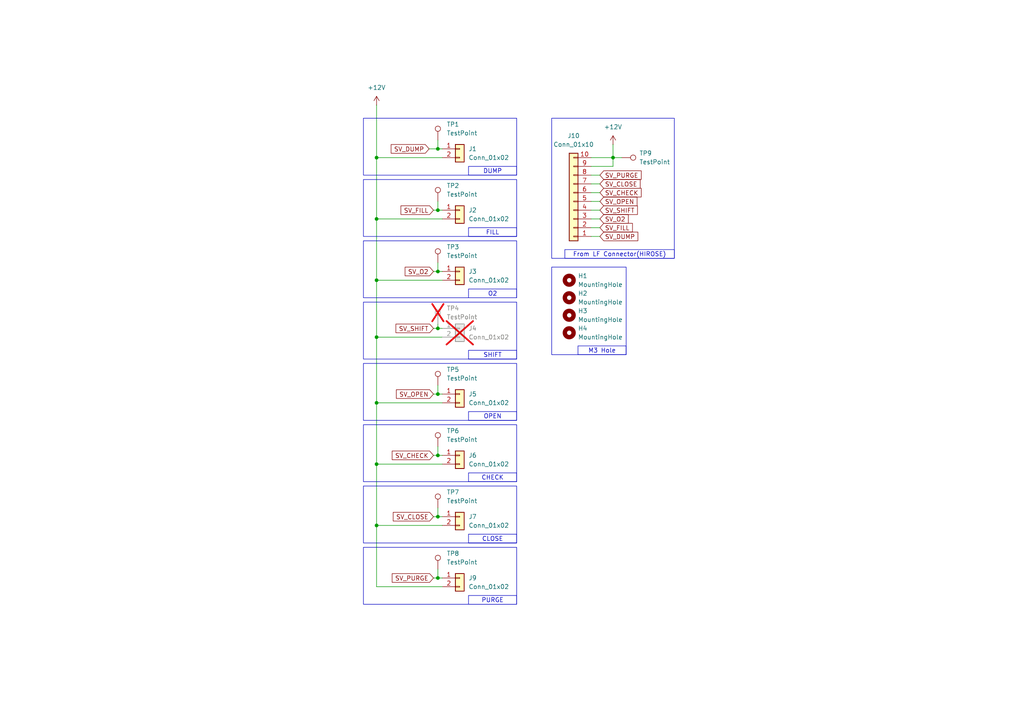
<source format=kicad_sch>
(kicad_sch (version 20231120) (generator "eeschema") (generator_version "8.0")
  (paper "A4")
  (title_block (title "Branch Adapter") (date "2024-10-31") (rev "1") (company "Tokai Student Rocket Project"))
  (lib_symbols
    (symbol "Connector:TestPoint" (pin_numbers hide) (pin_names (offset 0.762) hide)
      (property "Reference" "TP" (at 0 6.858 0))
      (property "Value" "TestPoint" (at 0 5.08 0))
      (symbol "TestPoint_0_1"
        (circle (center 0 3.302) (radius 0.762))
      )
      (symbol "TestPoint_1_1"
        (pin passive line (at 0 0 90) (length 2.54) (name "1") (number "1"))
      )
    )
    (symbol "Connector_Generic:Conn_01x02" (pin_names (offset 1.016) hide)
      (property "Reference" "J" (at 0 2.54 0))
      (property "Value" "Conn_01x02" (at 0 -5.08 0))
      (symbol "Conn_01x02_1_1"
        (rectangle (start -1.27 -2.413) (end 0 -2.667) (stroke (width 0.1524)))
        (rectangle (start -1.27 0.127) (end 0 -0.127) (stroke (width 0.1524)))
        (rectangle (start -1.27 1.27) (end 1.27 -3.81) (stroke (width 0.254)) (fill (type background)))
        (pin passive line (at -5.08 0 0) (length 3.81) (name "Pin_1") (number "1"))
        (pin passive line (at -5.08 -2.54 0) (length 3.81) (name "Pin_2") (number "2"))
      )
    )
    (symbol "Connector_Generic:Conn_01x10" (pin_names (offset 1.016) hide)
      (property "Reference" "J" (at 0 12.7 0))
      (property "Value" "Conn_01x10" (at 0 -15.24 0))
      (symbol "Conn_01x10_1_1"
        (rectangle (start -1.27 -12.573) (end 0 -12.827) (stroke (width 0.1524)))
        (rectangle (start -1.27 -10.033) (end 0 -10.287) (stroke (width 0.1524)))
        (rectangle (start -1.27 -7.493) (end 0 -7.747) (stroke (width 0.1524)))
        (rectangle (start -1.27 -4.953) (end 0 -5.207) (stroke (width 0.1524)))
        (rectangle (start -1.27 -2.413) (end 0 -2.667) (stroke (width 0.1524)))
        (rectangle (start -1.27 0.127) (end 0 -0.127) (stroke (width 0.1524)))
        (rectangle (start -1.27 2.667) (end 0 2.413) (stroke (width 0.1524)))
        (rectangle (start -1.27 5.207) (end 0 4.953) (stroke (width 0.1524)))
        (rectangle (start -1.27 7.747) (end 0 7.493) (stroke (width 0.1524)))
        (rectangle (start -1.27 10.287) (end 0 10.033) (stroke (width 0.1524)))
        (rectangle (start -1.27 11.43) (end 1.27 -13.97) (stroke (width 0.254)) (fill (type background)))
        (pin passive line (at -5.08 10.16 0) (length 3.81) (name "Pin_1") (number "1"))
        (pin passive line (at -5.08 -12.7 0) (length 3.81) (name "Pin_10") (number "10"))
        (pin passive line (at -5.08 7.62 0) (length 3.81) (name "Pin_2") (number "2"))
        (pin passive line (at -5.08 5.08 0) (length 3.81) (name "Pin_3") (number "3"))
        (pin passive line (at -5.08 2.54 0) (length 3.81) (name "Pin_4") (number "4"))
        (pin passive line (at -5.08 0 0) (length 3.81) (name "Pin_5") (number "5"))
        (pin passive line (at -5.08 -2.54 0) (length 3.81) (name "Pin_6") (number "6"))
        (pin passive line (at -5.08 -5.08 0) (length 3.81) (name "Pin_7") (number "7"))
        (pin passive line (at -5.08 -7.62 0) (length 3.81) (name "Pin_8") (number "8"))
        (pin passive line (at -5.08 -10.16 0) (length 3.81) (name "Pin_9") (number "9"))
      )
    )
    (symbol "Mechanical:MountingHole" (pin_names (offset 1.016)) (exclude_from_sim yes) (in_bom no)
      (property "Reference" "H" (at 0 5.08 0))
      (property "Value" "MountingHole" (at 0 3.175 0))
      (symbol "MountingHole_0_1"
        (circle (center 0 0) (radius 1.27) (stroke (width 1.27)))
      )
    )
    (symbol "power:+12V" (power) (pin_numbers hide) (pin_names (offset 0) hide)
      (property "Value" "+12V" (at 0 3.556 0))
      (symbol "+12V_0_1"
        (polyline (pts (xy -0.762 1.27) (xy 0 2.54)))
        (polyline (pts (xy 0 0) (xy 0 2.54)))
        (polyline (pts (xy 0 2.54) (xy 0.762 1.27)))
      )
      (symbol "+12V_1_1"
        (pin power_in line (at 0 0 90) (length 0) (name "~") (number "1"))
      )
    )
  )
  (junction (at 177.8 45.72))
  (junction (at 127 114.3))
  (junction (at 109.22 63.5))
  (junction (at 127 95.25))
  (junction (at 109.22 81.28))
  (junction (at 127 78.74))
  (junction (at 127 132.08))
  (junction (at 109.22 134.62))
  (junction (at 127 60.96))
  (junction (at 127 149.86))
  (junction (at 109.22 116.84))
  (junction (at 109.22 152.4))
  (junction (at 109.22 45.72))
  (junction (at 127 43.18))
  (junction (at 109.22 97.79))
  (junction (at 127 167.64))
  (wire (pts (xy 109.22 81.28) (xy 109.22 97.79)))
  (wire (pts (xy 125.73 60.96) (xy 127 60.96)))
  (wire (pts (xy 171.45 48.26) (xy 177.8 48.26)))
  (wire (pts (xy 173.99 66.04) (xy 171.45 66.04)))
  (wire (pts (xy 127 76.2) (xy 127 78.74)))
  (wire (pts (xy 173.99 53.34) (xy 171.45 53.34)))
  (wire (pts (xy 127 93.98) (xy 127 95.25)))
  (wire (pts (xy 127 43.18) (xy 128.27 43.18)))
  (wire (pts (xy 125.73 95.25) (xy 127 95.25)))
  (wire (pts (xy 127 95.25) (xy 128.27 95.25)))
  (wire (pts (xy 127 40.64) (xy 127 43.18)))
  (wire (pts (xy 109.22 116.84) (xy 109.22 134.62)))
  (wire (pts (xy 127 60.96) (xy 128.27 60.96)))
  (wire (pts (xy 109.22 152.4) (xy 128.27 152.4)))
  (wire (pts (xy 109.22 134.62) (xy 128.27 134.62)))
  (wire (pts (xy 109.22 152.4) (xy 109.22 170.18)))
  (wire (pts (xy 173.99 63.5) (xy 171.45 63.5)))
  (wire (pts (xy 125.73 78.74) (xy 127 78.74)))
  (wire (pts (xy 171.45 58.42) (xy 173.99 58.42)))
  (wire (pts (xy 125.73 114.3) (xy 127 114.3)))
  (wire (pts (xy 124.46 43.18) (xy 127 43.18)))
  (wire (pts (xy 177.8 48.26) (xy 177.8 45.72)))
  (wire (pts (xy 109.22 45.72) (xy 109.22 63.5)))
  (wire (pts (xy 109.22 170.18) (xy 128.27 170.18)))
  (wire (pts (xy 109.22 63.5) (xy 109.22 81.28)))
  (wire (pts (xy 127 129.54) (xy 127 132.08)))
  (wire (pts (xy 173.99 68.58) (xy 171.45 68.58)))
  (wire (pts (xy 109.22 134.62) (xy 109.22 152.4)))
  (wire (pts (xy 127 114.3) (xy 128.27 114.3)))
  (wire (pts (xy 127 132.08) (xy 128.27 132.08)))
  (wire (pts (xy 109.22 30.48) (xy 109.22 45.72)))
  (wire (pts (xy 127 78.74) (xy 128.27 78.74)))
  (wire (pts (xy 109.22 97.79) (xy 109.22 116.84)))
  (wire (pts (xy 177.8 45.72) (xy 180.34 45.72)))
  (wire (pts (xy 173.99 50.8) (xy 171.45 50.8)))
  (wire (pts (xy 109.22 81.28) (xy 128.27 81.28)))
  (wire (pts (xy 127 149.86) (xy 128.27 149.86)))
  (wire (pts (xy 177.8 45.72) (xy 177.8 41.91)))
  (wire (pts (xy 125.73 132.08) (xy 127 132.08)))
  (wire (pts (xy 127 147.32) (xy 127 149.86)))
  (wire (pts (xy 109.22 45.72) (xy 128.27 45.72)))
  (wire (pts (xy 127 165.1) (xy 127 167.64)))
  (wire (pts (xy 125.73 167.64) (xy 127 167.64)))
  (wire (pts (xy 173.99 60.96) (xy 171.45 60.96)))
  (wire (pts (xy 127 58.42) (xy 127 60.96)))
  (wire (pts (xy 127 111.76) (xy 127 114.3)))
  (wire (pts (xy 125.73 149.86) (xy 127 149.86)))
  (wire (pts (xy 109.22 97.79) (xy 128.27 97.79)))
  (wire (pts (xy 173.99 55.88) (xy 171.45 55.88)))
  (wire (pts (xy 127 167.64) (xy 128.27 167.64)))
  (wire (pts (xy 171.45 45.72) (xy 177.8 45.72)))
  (wire (pts (xy 109.22 116.84) (xy 128.27 116.84)))
  (wire (pts (xy 109.22 63.5) (xy 128.27 63.5)))
  (rectangle (start 105.41 69.85) (end 149.86 86.36))
  (rectangle (start 160.02 77.47) (end 181.61 102.87))
  (rectangle (start 105.41 140.97) (end 149.86 157.48))
  (rectangle (start 105.41 87.63) (end 149.86 104.14))
  (rectangle (start 160.02 34.29) (end 195.58 74.93))
  (rectangle (start 105.41 105.41) (end 149.86 121.92))
  (rectangle (start 105.41 123.19) (end 149.86 139.7))
  (rectangle (start 105.41 34.29) (end 149.86 50.8))
  (rectangle (start 105.41 158.75) (end 149.86 175.26))
  (rectangle (start 105.41 52.07) (end 149.86 68.58))
  (text_box "CHECK" (at 135.89 137.16 0) (size 13.97 2.54) (effects (font (size 1.27 1.27))))
  (text_box "SHIFT" (at 135.89 101.6 0) (size 13.97 2.54) (effects (font (size 1.27 1.27))))
  (text_box "CLOSE" (at 135.89 154.94 0) (size 13.97 2.54) (effects (font (size 1.27 1.27))))
  (text_box "M3 Hole" (at 167.64 100.33 0) (size 13.97 2.54) (effects (font (size 1.27 1.27))))
  (text_box "From LF Connector(HIROSE)" (at 163.83 72.39 0) (size 31.75 2.54) (effects (font (size 1.27 1.27))))
  (text_box "FILL" (at 135.89 66.04 0) (size 13.97 2.54) (effects (font (size 1.27 1.27))))
  (text_box "OPEN" (at 135.89 119.38 0) (size 13.97 2.54) (effects (font (size 1.27 1.27))))
  (text_box "PURGE" (at 135.89 172.72 0) (size 13.97 2.54) (effects (font (size 1.27 1.27))))
  (text_box "DUMP" (at 135.89 48.26 0) (size 13.97 2.54) (effects (font (size 1.27 1.27))))
  (text_box "O2" (at 135.89 83.82 0) (size 13.97 2.54) (effects (font (size 1.27 1.27))))
  (global_label "SV_CLOSE" (shape input) (at 125.73 149.86 180) (property "Intersheetrefs" "${INTERSHEET_REFS}" (effects (hide yes))))
  (global_label "SV_CHECK" (shape input) (at 125.73 132.08 180) (property "Intersheetrefs" "${INTERSHEET_REFS}" (effects (hide yes))))
  (global_label "SV_OPEN" (shape input) (at 173.99 58.42 0) (property "Intersheetrefs" "${INTERSHEET_REFS}" (effects (hide yes))))
  (global_label "SV_OPEN" (shape input) (at 125.73 114.3 180) (property "Intersheetrefs" "${INTERSHEET_REFS}" (effects (hide yes))))
  (global_label "SV_CLOSE" (shape input) (at 173.99 53.34 0) (property "Intersheetrefs" "${INTERSHEET_REFS}" (effects (hide yes))))
  (global_label "SV_FILL" (shape input) (at 125.73 60.96 180) (property "Intersheetrefs" "${INTERSHEET_REFS}" (effects (hide yes))))
  (global_label "SV_O2" (shape input) (at 125.73 78.74 180) (property "Intersheetrefs" "${INTERSHEET_REFS}" (effects (hide yes))))
  (global_label "SV_DUMP" (shape input) (at 173.99 68.58 0) (property "Intersheetrefs" "${INTERSHEET_REFS}" (effects (hide yes))))
  (global_label "SV_CHECK" (shape input) (at 173.99 55.88 0) (property "Intersheetrefs" "${INTERSHEET_REFS}" (effects (hide yes))))
  (global_label "SV_O2" (shape input) (at 173.99 63.5 0) (property "Intersheetrefs" "${INTERSHEET_REFS}" (effects (hide yes))))
  (global_label "SV_SHIFT" (shape input) (at 173.99 60.96 0) (property "Intersheetrefs" "${INTERSHEET_REFS}" (effects (hide yes))))
  (global_label "SV_PURGE" (shape input) (at 125.73 167.64 180) (property "Intersheetrefs" "${INTERSHEET_REFS}" (effects (hide yes))))
  (global_label "SV_SHIFT" (shape input) (at 125.73 95.25 180) (property "Intersheetrefs" "${INTERSHEET_REFS}" (effects (hide yes))))
  (global_label "SV_FILL" (shape input) (at 173.99 66.04 0) (property "Intersheetrefs" "${INTERSHEET_REFS}" (effects (hide yes))))
  (global_label "SV_PURGE" (shape input) (at 173.99 50.8 0) (property "Intersheetrefs" "${INTERSHEET_REFS}" (effects (hide yes))))
  (global_label "SV_DUMP" (shape input) (at 124.46 43.18 180) (property "Intersheetrefs" "${INTERSHEET_REFS}" (effects (hide yes))))
  (symbol (lib_id "Connector_Generic:Conn_01x02") (at 133.35 78.74 0) (unit 1)
    (property "Reference" "J3" (at 135.89 78.7399 0) (effects (justify left)))
    (property "Value" "Conn_01x02" (at 135.89 81.2799 0) (effects (justify left)))
    (property "Footprint" "TSRP_Connector_Hirose:DF51A-2P-2DSA(01)" (effects (hide yes)))
    (property "Description" "Generic connector, single row, 01x02, script generated (kicad-library-utils/schlib/autogen/connector/)" (effects (hide yes)))
  )
  (symbol (lib_id "Connector:TestPoint") (at 127 40.64 0) (unit 1)
    (property "Reference" "TP1" (at 129.54 36.0679 0) (effects (justify left)))
    (property "Value" "TestPoint" (at 129.54 38.6079 0) (effects (justify left)))
    (property "Footprint" "TestPoint:TestPoint_THTPad_D2.0mm_Drill1.0mm" (effects (hide yes)))
    (property "Description" "test point" (effects (hide yes)))
  )
  (symbol (lib_id "power:+12V") (at 177.8 41.91 0) (unit 1)
    (property "Reference" "#PWR01" (effects (hide yes)))
    (property "Value" "+12V" (at 177.8 36.83 0))
    (property "Description" "Power symbol creates a global label with name \"+12V\"" (effects (hide yes)))
  )
  (symbol (lib_id "Mechanical:MountingHole") (at 165.1 96.52 0) (unit 1) (exclude_from_sim yes) (in_bom no)
    (property "Reference" "H4" (at 167.64 95.2499 0) (effects (justify left)))
    (property "Value" "MountingHole" (at 167.64 97.7899 0) (effects (justify left)))
    (property "Footprint" "MountingHole:MountingHole_3.2mm_M3" (effects (hide yes)))
    (property "Description" "Mounting Hole without connection" (effects (hide yes)))
  )
  (symbol (lib_id "Mechanical:MountingHole") (at 165.1 91.44 0) (unit 1) (exclude_from_sim yes) (in_bom no)
    (property "Reference" "H3" (at 167.64 90.1699 0) (effects (justify left)))
    (property "Value" "MountingHole" (at 167.64 92.7099 0) (effects (justify left)))
    (property "Footprint" "MountingHole:MountingHole_3.2mm_M3" (effects (hide yes)))
    (property "Description" "Mounting Hole without connection" (effects (hide yes)))
  )
  (symbol (lib_id "Mechanical:MountingHole") (at 165.1 81.28 0) (unit 1) (exclude_from_sim yes) (in_bom no)
    (property "Reference" "H1" (at 167.64 80.0099 0) (effects (justify left)))
    (property "Value" "MountingHole" (at 167.64 82.5499 0) (effects (justify left)))
    (property "Footprint" "MountingHole:MountingHole_3.2mm_M3" (effects (hide yes)))
    (property "Description" "Mounting Hole without connection" (effects (hide yes)))
  )
  (symbol (lib_id "Connector:TestPoint") (at 127 111.76 0) (unit 1)
    (property "Reference" "TP5" (at 129.54 107.1879 0) (effects (justify left)))
    (property "Value" "TestPoint" (at 129.54 109.7279 0) (effects (justify left)))
    (property "Footprint" "TestPoint:TestPoint_THTPad_D2.0mm_Drill1.0mm" (effects (hide yes)))
    (property "Description" "test point" (effects (hide yes)))
  )
  (symbol (lib_id "Connector_Generic:Conn_01x02") (at 133.35 60.96 0) (unit 1)
    (property "Reference" "J2" (at 135.89 60.9599 0) (effects (justify left)))
    (property "Value" "Conn_01x02" (at 135.89 63.4999 0) (effects (justify left)))
    (property "Footprint" "TSRP_Connector_Hirose:DF51A-2P-2DSA(01)" (effects (hide yes)))
    (property "Description" "Generic connector, single row, 01x02, script generated (kicad-library-utils/schlib/autogen/connector/)" (effects (hide yes)))
  )
  (symbol (lib_id "Connector:TestPoint") (at 127 76.2 0) (unit 1)
    (property "Reference" "TP3" (at 129.54 71.6279 0) (effects (justify left)))
    (property "Value" "TestPoint" (at 129.54 74.1679 0) (effects (justify left)))
    (property "Footprint" "TestPoint:TestPoint_THTPad_D2.0mm_Drill1.0mm" (effects (hide yes)))
    (property "Description" "test point" (effects (hide yes)))
  )
  (symbol (lib_id "Connector:TestPoint") (at 127 58.42 0) (unit 1)
    (property "Reference" "TP2" (at 129.54 53.8479 0) (effects (justify left)))
    (property "Value" "TestPoint" (at 129.54 56.3879 0) (effects (justify left)))
    (property "Footprint" "TestPoint:TestPoint_THTPad_D2.0mm_Drill1.0mm" (effects (hide yes)))
    (property "Description" "test point" (effects (hide yes)))
  )
  (symbol (lib_id "Connector:TestPoint") (at 127 165.1 0) (unit 1)
    (property "Reference" "TP8" (at 129.54 160.5279 0) (effects (justify left)))
    (property "Value" "TestPoint" (at 129.54 163.0679 0) (effects (justify left)))
    (property "Footprint" "TestPoint:TestPoint_THTPad_D2.0mm_Drill1.0mm" (effects (hide yes)))
    (property "Description" "test point" (effects (hide yes)))
  )
  (symbol (lib_id "power:+12V") (at 109.22 30.48 0) (unit 1)
    (property "Reference" "#PWR02" (effects (hide yes)))
    (property "Value" "+12V" (at 109.22 25.4 0))
    (property "Description" "Power symbol creates a global label with name \"+12V\"" (effects (hide yes)))
  )
  (symbol (lib_id "Connector_Generic:Conn_01x02") (at 133.35 167.64 0) (unit 1)
    (property "Reference" "J9" (at 135.89 167.6399 0) (effects (justify left)))
    (property "Value" "Conn_01x02" (at 135.89 170.1799 0) (effects (justify left)))
    (property "Footprint" "TSRP_Connector_Hirose:DF51A-2P-2DSA(01)" (effects (hide yes)))
    (property "Description" "Generic connector, single row, 01x02, script generated (kicad-library-utils/schlib/autogen/connector/)" (effects (hide yes)))
  )
  (symbol (lib_id "Connector:TestPoint") (at 127 129.54 0) (unit 1)
    (property "Reference" "TP6" (at 129.54 124.9679 0) (effects (justify left)))
    (property "Value" "TestPoint" (at 129.54 127.5079 0) (effects (justify left)))
    (property "Footprint" "TestPoint:TestPoint_THTPad_D2.0mm_Drill1.0mm" (effects (hide yes)))
    (property "Description" "test point" (effects (hide yes)))
  )
  (symbol (lib_id "Connector:TestPoint") (at 127 93.98 0) (unit 1) (in_bom no) (on_board no) (dnp yes)
    (property "Reference" "TP4" (at 129.54 89.4079 0) (effects (justify left)))
    (property "Value" "TestPoint" (at 129.54 91.9479 0) (effects (justify left)))
    (property "Footprint" "TestPoint:TestPoint_THTPad_D2.0mm_Drill1.0mm" (effects (hide yes)))
    (property "Description" "test point" (effects (hide yes)))
  )
  (symbol (lib_id "Mechanical:MountingHole") (at 165.1 86.36 0) (unit 1) (exclude_from_sim yes) (in_bom no)
    (property "Reference" "H2" (at 167.64 85.0899 0) (effects (justify left)))
    (property "Value" "MountingHole" (at 167.64 87.6299 0) (effects (justify left)))
    (property "Footprint" "MountingHole:MountingHole_3.2mm_M3" (effects (hide yes)))
    (property "Description" "Mounting Hole without connection" (effects (hide yes)))
  )
  (symbol (lib_id "Connector:TestPoint") (at 180.34 45.72 270) (unit 1)
    (property "Reference" "TP9" (at 185.42 44.4499 90) (effects (justify left)))
    (property "Value" "TestPoint" (at 185.42 46.9899 90) (effects (justify left)))
    (property "Footprint" "TestPoint:TestPoint_THTPad_D2.0mm_Drill1.0mm" (effects (hide yes)))
    (property "Description" "test point" (effects (hide yes)))
  )
  (symbol (lib_id "Connector_Generic:Conn_01x02") (at 133.35 149.86 0) (unit 1)
    (property "Reference" "J7" (at 135.89 149.8599 0) (effects (justify left)))
    (property "Value" "Conn_01x02" (at 135.89 152.3999 0) (effects (justify left)))
    (property "Footprint" "TSRP_Connector_Hirose:DF51A-2P-2DSA(01)" (effects (hide yes)))
    (property "Description" "Generic connector, single row, 01x02, script generated (kicad-library-utils/schlib/autogen/connector/)" (effects (hide yes)))
  )
  (symbol (lib_id "Connector_Generic:Conn_01x02") (at 133.35 43.18 0) (unit 1)
    (property "Reference" "J1" (at 135.89 43.1799 0) (effects (justify left)))
    (property "Value" "Conn_01x02" (at 135.89 45.7199 0) (effects (justify left)))
    (property "Footprint" "TSRP_Connector_Hirose:DF51A-2P-2DSA(01)" (effects (hide yes)))
    (property "Description" "Generic connector, single row, 01x02, script generated (kicad-library-utils/schlib/autogen/connector/)" (effects (hide yes)))
  )
  (symbol (lib_id "Connector:TestPoint") (at 127 147.32 0) (unit 1)
    (property "Reference" "TP7" (at 129.54 142.7479 0) (effects (justify left)))
    (property "Value" "TestPoint" (at 129.54 145.2879 0) (effects (justify left)))
    (property "Footprint" "TestPoint:TestPoint_THTPad_D2.0mm_Drill1.0mm" (effects (hide yes)))
    (property "Description" "test point" (effects (hide yes)))
  )
  (symbol (lib_id "Connector_Generic:Conn_01x02") (at 133.35 95.25 0) (unit 1) (in_bom no) (on_board no) (dnp yes)
    (property "Reference" "J4" (at 135.89 95.2499 0) (effects (justify left)))
    (property "Value" "Conn_01x02" (at 135.89 97.7899 0) (effects (justify left)))
    (property "Footprint" "TSRP_Connector_Hirose:DF51A-2P-2DSA(01)" (effects (hide yes)))
    (property "Description" "Generic connector, single row, 01x02, script generated (kicad-library-utils/schlib/autogen/connector/)" (effects (hide yes)))
  )
  (symbol (lib_id "Connector_Generic:Conn_01x02") (at 133.35 114.3 0) (unit 1)
    (property "Reference" "J5" (at 135.89 114.2999 0) (effects (justify left)))
    (property "Value" "Conn_01x02" (at 135.89 116.8399 0) (effects (justify left)))
    (property "Footprint" "TSRP_Connector_Hirose:DF51A-2P-2DSA(01)" (effects (hide yes)))
    (property "Description" "Generic connector, single row, 01x02, script generated (kicad-library-utils/schlib/autogen/connector/)" (effects (hide yes)))
  )
  (symbol (lib_id "Connector_Generic:Conn_01x02") (at 133.35 132.08 0) (unit 1)
    (property "Reference" "J6" (at 135.89 132.0799 0) (effects (justify left)))
    (property "Value" "Conn_01x02" (at 135.89 134.6199 0) (effects (justify left)))
    (property "Footprint" "TSRP_Connector_Hirose:DF51A-2P-2DSA(01)" (effects (hide yes)))
    (property "Description" "Generic connector, single row, 01x02, script generated (kicad-library-utils/schlib/autogen/connector/)" (effects (hide yes)))
  )
  (symbol (lib_id "Connector_Generic:Conn_01x10") (at 166.37 58.42 180) (unit 1)
    (property "Reference" "J10" (at 166.37 39.37 0))
    (property "Value" "Conn_01x10" (at 166.37 41.91 0))
    (property "Footprint" "TSRP_Connector_Hirose:DF51A-10DP-2DS(20)" (effects (hide yes)))
    (property "Description" "Generic connector, single row, 01x10, script generated (kicad-library-utils/schlib/autogen/connector/)" (effects (hide yes)))
  )
)
</source>
